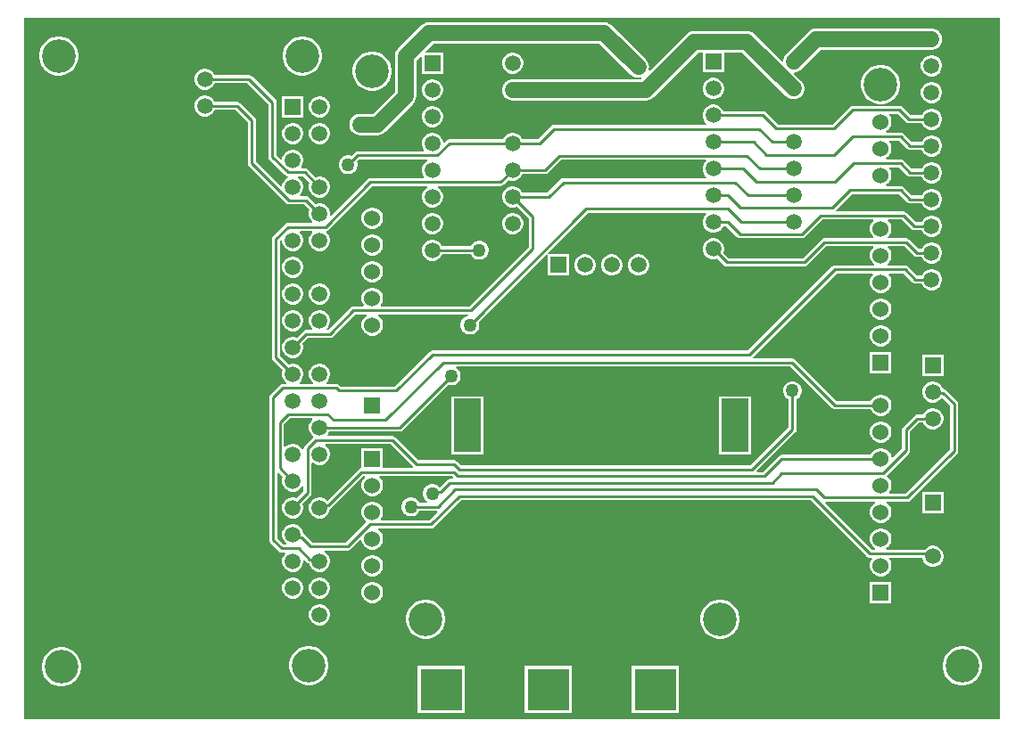
<source format=gbl>
G04*
G04 #@! TF.GenerationSoftware,Altium Limited,Altium Designer,22.4.2 (48)*
G04*
G04 Layer_Physical_Order=2*
G04 Layer_Color=16711680*
%FSLAX25Y25*%
%MOIN*%
G70*
G04*
G04 #@! TF.SameCoordinates,BB4B1E32-F115-428D-8FF9-27E3AA0A464A*
G04*
G04*
G04 #@! TF.FilePolarity,Positive*
G04*
G01*
G75*
%ADD13C,0.01000*%
%ADD27C,0.05906*%
%ADD30C,0.05906*%
%ADD31R,0.05906X0.05906*%
%ADD32R,0.05906X0.05906*%
%ADD33R,0.09843X0.09843*%
%ADD34C,0.12598*%
%ADD35R,0.15748X0.15748*%
%ADD36R,0.06000X0.06000*%
%ADD37C,0.06000*%
%ADD38C,0.05000*%
G36*
X364500Y0D02*
X0D01*
Y262500D01*
X364500D01*
Y0D01*
D02*
G37*
%LPC*%
G36*
X216700Y260787D02*
X216700Y260787D01*
X151200D01*
X151200Y260787D01*
X150168Y260651D01*
X149207Y260253D01*
X148381Y259619D01*
X148381Y259619D01*
X139681Y250919D01*
X139047Y250093D01*
X138649Y249132D01*
X138513Y248100D01*
X138513Y248100D01*
Y234651D01*
X130349Y226487D01*
X125400D01*
X124368Y226351D01*
X123407Y225953D01*
X122581Y225319D01*
X121947Y224493D01*
X121549Y223532D01*
X121413Y222500D01*
X121549Y221468D01*
X121947Y220507D01*
X122581Y219681D01*
X123407Y219047D01*
X124368Y218649D01*
X125400Y218513D01*
X132000D01*
X132000Y218513D01*
X133032Y218649D01*
X133993Y219047D01*
X134819Y219681D01*
X145319Y230181D01*
X145319Y230181D01*
X145953Y231007D01*
X146351Y231968D01*
X146487Y233000D01*
Y246449D01*
X148085Y248047D01*
X148547Y247856D01*
Y241547D01*
X156453D01*
Y249453D01*
X150144D01*
X149953Y249915D01*
X152851Y252813D01*
X215049D01*
X226681Y241181D01*
X227507Y240547D01*
X228468Y240149D01*
X229500Y240013D01*
X230400Y240132D01*
X230647Y239813D01*
X230690Y239687D01*
X230539Y239487D01*
X182500D01*
X182241Y239453D01*
X181980D01*
X181727Y239385D01*
X181468Y239351D01*
X181227Y239251D01*
X180974Y239183D01*
X180748Y239053D01*
X180507Y238953D01*
X180299Y238794D01*
X180073Y238663D01*
X179888Y238478D01*
X179681Y238319D01*
X179522Y238112D01*
X179337Y237927D01*
X179206Y237701D01*
X179047Y237493D01*
X178947Y237252D01*
X178817Y237026D01*
X178749Y236773D01*
X178649Y236532D01*
X178615Y236273D01*
X178547Y236020D01*
Y235759D01*
X178513Y235500D01*
X178547Y235241D01*
Y234980D01*
X178615Y234727D01*
X178649Y234468D01*
X178749Y234227D01*
X178817Y233974D01*
X178947Y233748D01*
X179047Y233507D01*
X179206Y233299D01*
X179337Y233073D01*
X179522Y232888D01*
X179681Y232681D01*
X179888Y232522D01*
X180073Y232337D01*
X180299Y232206D01*
X180507Y232047D01*
X180748Y231947D01*
X180974Y231817D01*
X181227Y231749D01*
X181468Y231649D01*
X181727Y231615D01*
X181980Y231547D01*
X182241D01*
X182500Y231513D01*
X232300D01*
X232300Y231513D01*
X233332Y231649D01*
X234293Y232047D01*
X235119Y232681D01*
X251951Y249513D01*
X253547D01*
Y242047D01*
X261453D01*
Y249513D01*
X268349D01*
X284681Y233181D01*
X284888Y233022D01*
X285073Y232837D01*
X285299Y232706D01*
X285507Y232547D01*
X285748Y232447D01*
X285974Y232317D01*
X286227Y232249D01*
X286468Y232149D01*
X286727Y232115D01*
X286980Y232047D01*
X287241D01*
X287500Y232013D01*
X287759Y232047D01*
X288020D01*
X288273Y232115D01*
X288532Y232149D01*
X288773Y232249D01*
X289026Y232317D01*
X289252Y232447D01*
X289493Y232547D01*
X289701Y232706D01*
X289927Y232837D01*
X290112Y233022D01*
X290319Y233181D01*
X290478Y233388D01*
X290663Y233573D01*
X290794Y233799D01*
X290953Y234007D01*
X291053Y234248D01*
X291183Y234474D01*
X291251Y234727D01*
X291351Y234968D01*
X291385Y235227D01*
X291453Y235480D01*
Y235741D01*
X291487Y236000D01*
X291453Y236259D01*
Y236520D01*
X291385Y236773D01*
X291351Y237032D01*
X291251Y237273D01*
X291183Y237526D01*
X291053Y237752D01*
X290953Y237993D01*
X290794Y238201D01*
X290663Y238427D01*
X290478Y238612D01*
X290319Y238819D01*
X287614Y241524D01*
X287740Y241980D01*
X287798Y242047D01*
X288020D01*
X288273Y242115D01*
X288532Y242149D01*
X288773Y242249D01*
X289026Y242317D01*
X289252Y242447D01*
X289493Y242547D01*
X289701Y242706D01*
X289927Y242837D01*
X290112Y243022D01*
X290319Y243181D01*
X297651Y250513D01*
X339000D01*
X339259Y250547D01*
X339520D01*
X339773Y250615D01*
X340032Y250649D01*
X340273Y250749D01*
X340526Y250817D01*
X340752Y250947D01*
X340993Y251047D01*
X341201Y251206D01*
X341427Y251337D01*
X341612Y251522D01*
X341819Y251681D01*
X341978Y251888D01*
X342163Y252073D01*
X342294Y252299D01*
X342453Y252507D01*
X342553Y252748D01*
X342683Y252974D01*
X342751Y253227D01*
X342851Y253468D01*
X342885Y253727D01*
X342953Y253980D01*
Y254241D01*
X342987Y254500D01*
X342953Y254759D01*
Y255020D01*
X342885Y255273D01*
X342851Y255532D01*
X342751Y255773D01*
X342683Y256026D01*
X342553Y256252D01*
X342453Y256493D01*
X342294Y256701D01*
X342163Y256927D01*
X341978Y257112D01*
X341819Y257319D01*
X341612Y257478D01*
X341427Y257663D01*
X341201Y257794D01*
X340993Y257953D01*
X340752Y258053D01*
X340526Y258183D01*
X340273Y258251D01*
X340032Y258351D01*
X339773Y258385D01*
X339520Y258453D01*
X339259D01*
X339000Y258487D01*
X296000D01*
X296000Y258487D01*
X294968Y258351D01*
X294007Y257953D01*
X293181Y257319D01*
X293181Y257319D01*
X284681Y248819D01*
X284522Y248612D01*
X284337Y248427D01*
X284206Y248201D01*
X284047Y247993D01*
X283947Y247752D01*
X283817Y247526D01*
X283749Y247273D01*
X283649Y247032D01*
X283615Y246773D01*
X283547Y246520D01*
Y246298D01*
X283480Y246240D01*
X283024Y246114D01*
X272819Y256319D01*
X271993Y256953D01*
X271032Y257351D01*
X270000Y257487D01*
X270000Y257487D01*
X250300D01*
X249268Y257351D01*
X248307Y256953D01*
X247481Y256319D01*
X247481Y256319D01*
X233724Y242562D01*
X233300Y242846D01*
X233351Y242968D01*
X233487Y244000D01*
X233351Y245032D01*
X232953Y245993D01*
X232319Y246819D01*
X219519Y259619D01*
X218693Y260253D01*
X217732Y260651D01*
X217612Y260667D01*
X216700Y260787D01*
D02*
G37*
G36*
X183020Y249453D02*
X181980D01*
X180974Y249183D01*
X180073Y248663D01*
X179337Y247927D01*
X178817Y247026D01*
X178547Y246020D01*
Y244980D01*
X178817Y243974D01*
X179337Y243073D01*
X180073Y242337D01*
X180974Y241817D01*
X181980Y241547D01*
X183020D01*
X184026Y241817D01*
X184927Y242337D01*
X185663Y243073D01*
X186183Y243974D01*
X186453Y244980D01*
Y246020D01*
X186183Y247026D01*
X185663Y247927D01*
X184927Y248663D01*
X184026Y249183D01*
X183020Y249453D01*
D02*
G37*
G36*
X104503Y255468D02*
X103065D01*
X101655Y255188D01*
X100327Y254638D01*
X99131Y253839D01*
X98114Y252822D01*
X97316Y251626D01*
X96765Y250298D01*
X96485Y248888D01*
Y247450D01*
X96765Y246040D01*
X97316Y244711D01*
X98114Y243516D01*
X99131Y242499D01*
X100327Y241701D01*
X101655Y241150D01*
X103065Y240870D01*
X104503D01*
X105913Y241150D01*
X107241Y241701D01*
X108437Y242499D01*
X109454Y243516D01*
X110252Y244711D01*
X110803Y246040D01*
X111083Y247450D01*
Y248888D01*
X110803Y250298D01*
X110252Y251626D01*
X109454Y252822D01*
X108437Y253839D01*
X107241Y254638D01*
X105913Y255188D01*
X104503Y255468D01*
D02*
G37*
G36*
X13503D02*
X12065D01*
X10655Y255188D01*
X9326Y254638D01*
X8131Y253839D01*
X7114Y252822D01*
X6316Y251626D01*
X5765Y250298D01*
X5485Y248888D01*
Y247450D01*
X5765Y246040D01*
X6316Y244711D01*
X7114Y243516D01*
X8131Y242499D01*
X9326Y241701D01*
X10655Y241150D01*
X12065Y240870D01*
X13503D01*
X14913Y241150D01*
X16241Y241701D01*
X17437Y242499D01*
X18454Y243516D01*
X19252Y244711D01*
X19803Y246040D01*
X20083Y247450D01*
Y248888D01*
X19803Y250298D01*
X19252Y251626D01*
X18454Y252822D01*
X17437Y253839D01*
X16241Y254638D01*
X14913Y255188D01*
X13503Y255468D01*
D02*
G37*
G36*
X339520Y248453D02*
X338480D01*
X337474Y248183D01*
X336573Y247663D01*
X335837Y246927D01*
X335317Y246026D01*
X335047Y245020D01*
Y243980D01*
X335317Y242974D01*
X335837Y242073D01*
X336573Y241337D01*
X337474Y240817D01*
X338480Y240547D01*
X339520D01*
X340526Y240817D01*
X341427Y241337D01*
X342163Y242073D01*
X342683Y242974D01*
X342953Y243980D01*
Y245020D01*
X342683Y246026D01*
X342163Y246927D01*
X341427Y247663D01*
X340526Y248183D01*
X339520Y248453D01*
D02*
G37*
G36*
X130719Y249799D02*
X129281D01*
X127871Y249519D01*
X126542Y248969D01*
X125347Y248170D01*
X124330Y247153D01*
X123531Y245957D01*
X122981Y244629D01*
X122701Y243219D01*
Y241781D01*
X122981Y240371D01*
X123531Y239042D01*
X124330Y237847D01*
X125347Y236830D01*
X126542Y236032D01*
X127871Y235481D01*
X129281Y235201D01*
X130719D01*
X132129Y235481D01*
X133458Y236032D01*
X134653Y236830D01*
X135670Y237847D01*
X136469Y239042D01*
X137019Y240371D01*
X137299Y241781D01*
Y243219D01*
X137019Y244629D01*
X136469Y245957D01*
X135670Y247153D01*
X134653Y248170D01*
X133458Y248969D01*
X132129Y249519D01*
X130719Y249799D01*
D02*
G37*
G36*
X258020Y239953D02*
X256980D01*
X255974Y239683D01*
X255073Y239163D01*
X254337Y238427D01*
X253817Y237526D01*
X253547Y236520D01*
Y235480D01*
X253817Y234474D01*
X254337Y233573D01*
X255073Y232837D01*
X255974Y232317D01*
X256980Y232047D01*
X258020D01*
X259026Y232317D01*
X259927Y232837D01*
X260663Y233573D01*
X261183Y234474D01*
X261453Y235480D01*
Y236520D01*
X261183Y237526D01*
X260663Y238427D01*
X259927Y239163D01*
X259026Y239683D01*
X258020Y239953D01*
D02*
G37*
G36*
X153020Y239453D02*
X151980D01*
X150974Y239183D01*
X150073Y238663D01*
X149337Y237927D01*
X148817Y237026D01*
X148547Y236020D01*
Y234980D01*
X148817Y233974D01*
X149337Y233073D01*
X150073Y232337D01*
X150974Y231817D01*
X151980Y231547D01*
X153020D01*
X154026Y231817D01*
X154927Y232337D01*
X155663Y233073D01*
X156183Y233974D01*
X156453Y234980D01*
Y236020D01*
X156183Y237026D01*
X155663Y237927D01*
X154927Y238663D01*
X154026Y239183D01*
X153020Y239453D01*
D02*
G37*
G36*
X339520Y238453D02*
X338480D01*
X337474Y238183D01*
X336573Y237663D01*
X335837Y236927D01*
X335317Y236026D01*
X335047Y235020D01*
Y233980D01*
X335317Y232974D01*
X335837Y232073D01*
X336573Y231337D01*
X337474Y230817D01*
X338480Y230547D01*
X339520D01*
X340526Y230817D01*
X341427Y231337D01*
X342163Y232073D01*
X342683Y232974D01*
X342953Y233980D01*
Y235020D01*
X342683Y236026D01*
X342163Y236927D01*
X341427Y237663D01*
X340526Y238183D01*
X339520Y238453D01*
D02*
G37*
G36*
X320719Y244799D02*
X319281D01*
X317871Y244519D01*
X316543Y243969D01*
X315347Y243170D01*
X314330Y242153D01*
X313531Y240957D01*
X312981Y239629D01*
X312701Y238219D01*
Y236781D01*
X312981Y235371D01*
X313531Y234043D01*
X314330Y232847D01*
X315347Y231830D01*
X316543Y231031D01*
X317871Y230481D01*
X319281Y230201D01*
X320719D01*
X322129Y230481D01*
X323458Y231031D01*
X324653Y231830D01*
X325670Y232847D01*
X326468Y234043D01*
X327019Y235371D01*
X327299Y236781D01*
Y238219D01*
X327019Y239629D01*
X326468Y240957D01*
X325670Y242153D01*
X324653Y243170D01*
X323458Y243969D01*
X322129Y244519D01*
X320719Y244799D01*
D02*
G37*
G36*
X110804Y233122D02*
X109764D01*
X108758Y232852D01*
X107857Y232332D01*
X107121Y231596D01*
X106601Y230695D01*
X106331Y229689D01*
Y228649D01*
X106601Y227643D01*
X107121Y226742D01*
X107857Y226006D01*
X108758Y225486D01*
X109764Y225216D01*
X110804D01*
X111810Y225486D01*
X112711Y226006D01*
X113447Y226742D01*
X113967Y227643D01*
X114237Y228649D01*
Y229689D01*
X113967Y230695D01*
X113447Y231596D01*
X112711Y232332D01*
X111810Y232852D01*
X110804Y233122D01*
D02*
G37*
G36*
X104237D02*
X96331D01*
Y225216D01*
X104237D01*
Y233122D01*
D02*
G37*
G36*
X153020Y229453D02*
X151980D01*
X150974Y229183D01*
X150073Y228663D01*
X149337Y227927D01*
X148817Y227026D01*
X148547Y226020D01*
Y224980D01*
X148817Y223974D01*
X149337Y223073D01*
X150073Y222337D01*
X150974Y221817D01*
X151980Y221547D01*
X153020D01*
X154026Y221817D01*
X154927Y222337D01*
X155663Y223073D01*
X156183Y223974D01*
X156453Y224980D01*
Y226020D01*
X156183Y227026D01*
X155663Y227927D01*
X154927Y228663D01*
X154026Y229183D01*
X153020Y229453D01*
D02*
G37*
G36*
X110804Y223122D02*
X109764D01*
X108758Y222852D01*
X107857Y222332D01*
X107121Y221596D01*
X106601Y220695D01*
X106331Y219689D01*
Y218649D01*
X106601Y217643D01*
X107121Y216742D01*
X107857Y216006D01*
X108758Y215486D01*
X109764Y215216D01*
X110804D01*
X111810Y215486D01*
X112711Y216006D01*
X113447Y216742D01*
X113967Y217643D01*
X114237Y218649D01*
Y219689D01*
X113967Y220695D01*
X113447Y221596D01*
X112711Y222332D01*
X111810Y222852D01*
X110804Y223122D01*
D02*
G37*
G36*
X100804D02*
X99764D01*
X98758Y222852D01*
X97857Y222332D01*
X97121Y221596D01*
X96601Y220695D01*
X96331Y219689D01*
Y218649D01*
X96601Y217643D01*
X97121Y216742D01*
X97857Y216006D01*
X98758Y215486D01*
X99764Y215216D01*
X100804D01*
X101810Y215486D01*
X102711Y216006D01*
X103447Y216742D01*
X103967Y217643D01*
X104237Y218649D01*
Y219689D01*
X103967Y220695D01*
X103447Y221596D01*
X102711Y222332D01*
X101810Y222852D01*
X100804Y223122D01*
D02*
G37*
G36*
X68020Y243453D02*
X66980D01*
X65974Y243183D01*
X65073Y242663D01*
X64337Y241927D01*
X63817Y241026D01*
X63547Y240020D01*
Y238980D01*
X63817Y237974D01*
X64337Y237073D01*
X65073Y236337D01*
X65974Y235817D01*
X66980Y235547D01*
X68020D01*
X69026Y235817D01*
X69927Y236337D01*
X70663Y237073D01*
X71181Y237971D01*
X83367D01*
X91113Y230224D01*
Y210514D01*
X91229Y209929D01*
X91561Y209432D01*
X97358Y203635D01*
X97854Y203303D01*
X98364Y203202D01*
X98452Y203001D01*
X98472Y202687D01*
X97857Y202332D01*
X97121Y201596D01*
X96601Y200695D01*
X96331Y199689D01*
Y199641D01*
X95869Y199449D01*
X86529Y208789D01*
Y224000D01*
X86413Y224585D01*
X86081Y225081D01*
X80581Y230581D01*
X80085Y230913D01*
X79500Y231029D01*
X71181D01*
X70663Y231927D01*
X69927Y232663D01*
X69026Y233183D01*
X68020Y233453D01*
X66980D01*
X65974Y233183D01*
X65073Y232663D01*
X64337Y231927D01*
X63817Y231026D01*
X63547Y230020D01*
Y228980D01*
X63817Y227974D01*
X64337Y227073D01*
X65073Y226337D01*
X65974Y225817D01*
X66980Y225547D01*
X68020D01*
X69026Y225817D01*
X69927Y226337D01*
X70663Y227073D01*
X71181Y227971D01*
X78866D01*
X83471Y223366D01*
Y208156D01*
X83587Y207571D01*
X83919Y207074D01*
X97811Y193182D01*
X98307Y192850D01*
X98892Y192734D01*
X104556D01*
X106599Y190691D01*
X106331Y189689D01*
Y188649D01*
X106601Y187643D01*
X107121Y186742D01*
X107634Y186229D01*
X107427Y185729D01*
X98500D01*
X97915Y185613D01*
X97419Y185281D01*
X92919Y180781D01*
X92587Y180285D01*
X92471Y179700D01*
Y135453D01*
X92587Y134868D01*
X92919Y134372D01*
X96600Y130691D01*
X96331Y129689D01*
Y128649D01*
X96601Y127643D01*
X97121Y126742D01*
X97834Y126029D01*
X97824Y125882D01*
X97729Y125529D01*
X96500D01*
X95915Y125413D01*
X95419Y125081D01*
X91919Y121581D01*
X91587Y121085D01*
X91471Y120500D01*
Y67200D01*
X91587Y66615D01*
X91919Y66119D01*
X95119Y62919D01*
X95615Y62587D01*
X96200Y62471D01*
X97289D01*
X97496Y61971D01*
X97121Y61596D01*
X96601Y60695D01*
X96331Y59689D01*
Y58649D01*
X96601Y57643D01*
X97121Y56742D01*
X97857Y56006D01*
X98758Y55486D01*
X99764Y55216D01*
X100804D01*
X101810Y55486D01*
X102711Y56006D01*
X103447Y56742D01*
X103967Y57643D01*
X104237Y58649D01*
Y59393D01*
X104737Y59600D01*
X105500Y58837D01*
X105996Y58506D01*
X106391Y58427D01*
X106601Y57643D01*
X107121Y56742D01*
X107857Y56006D01*
X108758Y55486D01*
X109764Y55216D01*
X110804D01*
X111810Y55486D01*
X112711Y56006D01*
X113447Y56742D01*
X113967Y57643D01*
X114237Y58649D01*
Y59689D01*
X113967Y60695D01*
X113447Y61596D01*
X112711Y62332D01*
X112096Y62687D01*
X112230Y63187D01*
X120852D01*
X121438Y63303D01*
X121934Y63635D01*
X125538Y67239D01*
X126000Y67048D01*
Y66973D01*
X126273Y65956D01*
X126799Y65044D01*
X127544Y64299D01*
X128456Y63773D01*
X129473Y63500D01*
X130527D01*
X131544Y63773D01*
X132456Y64299D01*
X133201Y65044D01*
X133727Y65956D01*
X134000Y66973D01*
Y68027D01*
X133727Y69044D01*
X133201Y69956D01*
X132456Y70701D01*
X131989Y70971D01*
X132123Y71471D01*
X152000D01*
X152585Y71587D01*
X153081Y71919D01*
X163134Y81971D01*
X293866D01*
X314600Y61237D01*
X314888Y60856D01*
X314889Y60855D01*
X314889Y60856D01*
X315305Y60655D01*
X315432Y60570D01*
X316017Y60453D01*
X316431Y60454D01*
X316643D01*
X316835Y59992D01*
X316799Y59956D01*
X316273Y59044D01*
X316000Y58027D01*
Y56973D01*
X316273Y55956D01*
X316799Y55044D01*
X317544Y54299D01*
X318456Y53773D01*
X319473Y53500D01*
X320527D01*
X321544Y53773D01*
X322456Y54299D01*
X323201Y55044D01*
X323727Y55956D01*
X324000Y56973D01*
Y58027D01*
X323727Y59044D01*
X323201Y59956D01*
X323165Y59992D01*
X323357Y60454D01*
X335554D01*
X335817Y59474D01*
X336337Y58573D01*
X337073Y57837D01*
X337974Y57317D01*
X338980Y57047D01*
X340020D01*
X341026Y57317D01*
X341927Y57837D01*
X342663Y58573D01*
X343183Y59474D01*
X343453Y60480D01*
Y61520D01*
X343183Y62526D01*
X342663Y63427D01*
X341927Y64163D01*
X341026Y64683D01*
X340020Y64953D01*
X338980D01*
X337974Y64683D01*
X337073Y64163D01*
X336422Y63512D01*
X322093D01*
X321959Y64012D01*
X322456Y64299D01*
X323201Y65044D01*
X323727Y65956D01*
X324000Y66973D01*
Y68027D01*
X323727Y69044D01*
X323201Y69956D01*
X322456Y70701D01*
X321544Y71227D01*
X320527Y71500D01*
X319473D01*
X318456Y71227D01*
X317544Y70701D01*
X316799Y69956D01*
X316273Y69044D01*
X316000Y68027D01*
Y66973D01*
X316273Y65956D01*
X316799Y65044D01*
X317544Y64299D01*
X318041Y64012D01*
X317907Y63512D01*
X316651D01*
X299192Y80971D01*
X299399Y81471D01*
X317877D01*
X318011Y80971D01*
X317544Y80701D01*
X316799Y79956D01*
X316273Y79044D01*
X316000Y78027D01*
Y76973D01*
X316273Y75956D01*
X316799Y75044D01*
X317544Y74299D01*
X318456Y73773D01*
X319473Y73500D01*
X320527D01*
X321544Y73773D01*
X322456Y74299D01*
X323201Y75044D01*
X323727Y75956D01*
X324000Y76973D01*
Y78027D01*
X323727Y79044D01*
X323201Y79956D01*
X322456Y80701D01*
X321989Y80971D01*
X322123Y81471D01*
X330000D01*
X330585Y81587D01*
X331081Y81919D01*
X348581Y99419D01*
X348913Y99915D01*
X349029Y100500D01*
Y118000D01*
X348913Y118585D01*
X348581Y119081D01*
X344448Y123214D01*
X343952Y123546D01*
X343367Y123662D01*
X343281D01*
X343183Y124026D01*
X342663Y124927D01*
X341927Y125663D01*
X341026Y126183D01*
X340020Y126453D01*
X338980D01*
X337974Y126183D01*
X337073Y125663D01*
X336337Y124927D01*
X335817Y124026D01*
X335547Y123020D01*
Y121980D01*
X335817Y120974D01*
X336337Y120073D01*
X337073Y119337D01*
X337974Y118817D01*
X338980Y118547D01*
X340020D01*
X341026Y118817D01*
X341927Y119337D01*
X342663Y120073D01*
X342678Y120098D01*
X343173Y120164D01*
X345971Y117367D01*
Y101134D01*
X329366Y84529D01*
X323340D01*
X323148Y84991D01*
X323201Y85044D01*
X323727Y85956D01*
X324000Y86973D01*
Y88027D01*
X323727Y89044D01*
X323201Y89956D01*
X322456Y90701D01*
X322350Y90762D01*
X322285Y91258D01*
X330581Y99555D01*
X330913Y100051D01*
X331029Y100636D01*
Y107867D01*
X334134Y110971D01*
X335819D01*
X336337Y110073D01*
X337073Y109337D01*
X337974Y108817D01*
X338980Y108547D01*
X340020D01*
X341026Y108817D01*
X341927Y109337D01*
X342663Y110073D01*
X343183Y110974D01*
X343453Y111980D01*
Y113020D01*
X343183Y114026D01*
X342663Y114927D01*
X341927Y115663D01*
X341026Y116183D01*
X340020Y116453D01*
X338980D01*
X337974Y116183D01*
X337073Y115663D01*
X336337Y114927D01*
X335819Y114029D01*
X333500D01*
X332915Y113913D01*
X332419Y113581D01*
X328419Y109581D01*
X328087Y109085D01*
X327971Y108500D01*
Y101269D01*
X324462Y97761D01*
X324000Y97952D01*
Y98027D01*
X323727Y99044D01*
X323201Y99956D01*
X322456Y100701D01*
X321544Y101227D01*
X320527Y101500D01*
X319473D01*
X318456Y101227D01*
X317544Y100701D01*
X316799Y99956D01*
X316273Y99044D01*
X316269Y99029D01*
X283000D01*
X282415Y98913D01*
X281919Y98581D01*
X275867Y92529D01*
X273846D01*
X273654Y92991D01*
X288081Y107419D01*
X288413Y107915D01*
X288529Y108500D01*
Y119842D01*
X289149Y120199D01*
X289801Y120851D01*
X290262Y121649D01*
X290500Y122539D01*
Y123461D01*
X290262Y124351D01*
X289801Y125149D01*
X289149Y125801D01*
X288351Y126261D01*
X287461Y126500D01*
X286539D01*
X285649Y126261D01*
X284851Y125801D01*
X284199Y125149D01*
X283738Y124351D01*
X283500Y123461D01*
Y122539D01*
X283738Y121649D01*
X284199Y120851D01*
X284851Y120199D01*
X285471Y119842D01*
Y109134D01*
X271367Y95029D01*
X163134D01*
X161581Y96581D01*
X161085Y96913D01*
X160500Y97029D01*
X147134D01*
X138581Y105581D01*
X138085Y105913D01*
X137500Y106029D01*
X113388D01*
X113196Y106491D01*
X113447Y106742D01*
X113965Y107640D01*
X140169D01*
X140754Y107756D01*
X141250Y108088D01*
X158348Y125185D01*
X159039Y125000D01*
X159961D01*
X160851Y125239D01*
X161649Y125699D01*
X162301Y126351D01*
X162761Y127149D01*
X163000Y128039D01*
Y128961D01*
X162761Y129851D01*
X162301Y130649D01*
X161649Y131301D01*
X161355Y131471D01*
X161489Y131971D01*
X286367D01*
X301919Y116419D01*
X302415Y116087D01*
X303000Y115971D01*
X316269D01*
X316273Y115956D01*
X316799Y115044D01*
X317544Y114299D01*
X318456Y113773D01*
X319473Y113500D01*
X320527D01*
X321544Y113773D01*
X322456Y114299D01*
X323201Y115044D01*
X323727Y115956D01*
X324000Y116973D01*
Y118027D01*
X323727Y119044D01*
X323201Y119956D01*
X322456Y120701D01*
X321544Y121227D01*
X320527Y121500D01*
X319473D01*
X318456Y121227D01*
X317544Y120701D01*
X316799Y119956D01*
X316273Y119044D01*
X316269Y119029D01*
X303633D01*
X288081Y134581D01*
X287585Y134913D01*
X287000Y135029D01*
X272377D01*
X272329Y135092D01*
X272192Y135529D01*
X303433Y166771D01*
X316907D01*
X317114Y166271D01*
X316799Y165956D01*
X316273Y165044D01*
X316000Y164027D01*
Y162973D01*
X316273Y161956D01*
X316799Y161044D01*
X317544Y160299D01*
X318456Y159773D01*
X319473Y159500D01*
X320527D01*
X321544Y159773D01*
X322456Y160299D01*
X323201Y161044D01*
X323727Y161956D01*
X324000Y162973D01*
Y164027D01*
X323727Y165044D01*
X323201Y165956D01*
X322886Y166271D01*
X323093Y166771D01*
X328567D01*
X331919Y163419D01*
X332415Y163087D01*
X333000Y162971D01*
X335319D01*
X335837Y162073D01*
X336573Y161337D01*
X337474Y160817D01*
X338480Y160547D01*
X339520D01*
X340526Y160817D01*
X341427Y161337D01*
X342163Y162073D01*
X342683Y162974D01*
X342953Y163980D01*
Y165020D01*
X342683Y166026D01*
X342163Y166927D01*
X341427Y167663D01*
X340526Y168183D01*
X339520Y168453D01*
X338480D01*
X337474Y168183D01*
X336573Y167663D01*
X335837Y166927D01*
X335319Y166029D01*
X333633D01*
X330281Y169381D01*
X329785Y169713D01*
X329200Y169829D01*
X322582D01*
X322504Y170120D01*
X322486Y170329D01*
X323201Y171044D01*
X323727Y171956D01*
X324000Y172973D01*
Y174027D01*
X323727Y175044D01*
X323201Y175956D01*
X322686Y176471D01*
X322893Y176971D01*
X328867D01*
X332419Y173419D01*
X332915Y173087D01*
X333500Y172971D01*
X335319D01*
X335837Y172073D01*
X336573Y171337D01*
X337474Y170817D01*
X338480Y170547D01*
X339520D01*
X340526Y170817D01*
X341427Y171337D01*
X342163Y172073D01*
X342683Y172974D01*
X342953Y173980D01*
Y175020D01*
X342683Y176026D01*
X342163Y176927D01*
X341427Y177663D01*
X340526Y178183D01*
X339520Y178453D01*
X338480D01*
X337474Y178183D01*
X336573Y177663D01*
X335837Y176927D01*
X335319Y176029D01*
X334134D01*
X330581Y179581D01*
X330085Y179913D01*
X329500Y180029D01*
X322893D01*
X322686Y180529D01*
X323201Y181044D01*
X323727Y181956D01*
X324000Y182973D01*
Y184027D01*
X323727Y185044D01*
X323201Y185956D01*
X322686Y186471D01*
X322893Y186971D01*
X327867D01*
X331419Y183419D01*
X331915Y183087D01*
X332500Y182971D01*
X335319D01*
X335837Y182073D01*
X336573Y181337D01*
X337474Y180817D01*
X338480Y180547D01*
X339520D01*
X340526Y180817D01*
X341427Y181337D01*
X342163Y182073D01*
X342683Y182974D01*
X342953Y183980D01*
Y185020D01*
X342683Y186026D01*
X342163Y186927D01*
X341427Y187663D01*
X340526Y188183D01*
X339520Y188453D01*
X338480D01*
X337474Y188183D01*
X336573Y187663D01*
X335837Y186927D01*
X335319Y186029D01*
X333134D01*
X329581Y189581D01*
X329085Y189913D01*
X328500Y190029D01*
X303377D01*
X303329Y190092D01*
X303192Y190529D01*
X309134Y196471D01*
X326867D01*
X329919Y193419D01*
X330415Y193087D01*
X331000Y192971D01*
X335319D01*
X335837Y192073D01*
X336573Y191337D01*
X337474Y190817D01*
X338480Y190547D01*
X339520D01*
X340526Y190817D01*
X341427Y191337D01*
X342163Y192073D01*
X342683Y192974D01*
X342953Y193980D01*
Y195020D01*
X342683Y196026D01*
X342163Y196927D01*
X341427Y197663D01*
X340526Y198183D01*
X339520Y198453D01*
X338480D01*
X337474Y198183D01*
X336573Y197663D01*
X335837Y196927D01*
X335319Y196029D01*
X331633D01*
X328581Y199081D01*
X328085Y199413D01*
X327500Y199529D01*
X322123D01*
X321989Y200029D01*
X322456Y200299D01*
X323201Y201044D01*
X323727Y201956D01*
X324000Y202973D01*
Y204027D01*
X323727Y205044D01*
X323201Y205956D01*
X323148Y206009D01*
X323340Y206471D01*
X326867D01*
X329919Y203419D01*
X330415Y203087D01*
X331000Y202971D01*
X335319D01*
X335837Y202073D01*
X336573Y201337D01*
X337474Y200817D01*
X338480Y200547D01*
X339520D01*
X340526Y200817D01*
X341427Y201337D01*
X342163Y202073D01*
X342683Y202974D01*
X342953Y203980D01*
Y205020D01*
X342683Y206026D01*
X342163Y206927D01*
X341427Y207663D01*
X340526Y208183D01*
X339520Y208453D01*
X338480D01*
X337474Y208183D01*
X336573Y207663D01*
X335837Y206927D01*
X335319Y206029D01*
X331633D01*
X328581Y209081D01*
X328085Y209413D01*
X327500Y209529D01*
X322123D01*
X321989Y210029D01*
X322456Y210299D01*
X323201Y211044D01*
X323727Y211956D01*
X324000Y212973D01*
Y214027D01*
X323727Y215044D01*
X323201Y215956D01*
X323148Y216009D01*
X323340Y216471D01*
X326867D01*
X329919Y213419D01*
X330415Y213087D01*
X331000Y212971D01*
X335319D01*
X335837Y212073D01*
X336573Y211337D01*
X337474Y210817D01*
X338480Y210547D01*
X339520D01*
X340526Y210817D01*
X341427Y211337D01*
X342163Y212073D01*
X342683Y212974D01*
X342953Y213980D01*
Y215020D01*
X342683Y216026D01*
X342163Y216927D01*
X341427Y217663D01*
X340526Y218183D01*
X339520Y218453D01*
X338480D01*
X337474Y218183D01*
X336573Y217663D01*
X335837Y216927D01*
X335319Y216029D01*
X331633D01*
X328581Y219081D01*
X328085Y219413D01*
X327500Y219529D01*
X322123D01*
X321989Y220029D01*
X322456Y220299D01*
X323201Y221044D01*
X323727Y221956D01*
X324000Y222973D01*
Y224027D01*
X323727Y225044D01*
X323201Y225956D01*
X323148Y226009D01*
X323340Y226471D01*
X326366D01*
X329419Y223419D01*
X329915Y223087D01*
X330500Y222971D01*
X335319D01*
X335837Y222073D01*
X336573Y221337D01*
X337474Y220817D01*
X338480Y220547D01*
X339520D01*
X340526Y220817D01*
X341427Y221337D01*
X342163Y222073D01*
X342683Y222974D01*
X342953Y223980D01*
Y225020D01*
X342683Y226026D01*
X342163Y226927D01*
X341427Y227663D01*
X340526Y228183D01*
X339520Y228453D01*
X338480D01*
X337474Y228183D01*
X336573Y227663D01*
X335837Y226927D01*
X335319Y226029D01*
X331134D01*
X328081Y229081D01*
X327585Y229413D01*
X327000Y229529D01*
X309600D01*
X309015Y229413D01*
X308519Y229081D01*
X301967Y222529D01*
X281633D01*
X277081Y227081D01*
X276585Y227413D01*
X276000Y227529D01*
X261181D01*
X260663Y228427D01*
X259927Y229163D01*
X259026Y229683D01*
X258020Y229953D01*
X256980D01*
X255974Y229683D01*
X255073Y229163D01*
X254337Y228427D01*
X253817Y227526D01*
X253547Y226520D01*
Y225480D01*
X253817Y224474D01*
X254337Y223573D01*
X254981Y222929D01*
X254850Y222429D01*
X197900D01*
X197315Y222313D01*
X196819Y221981D01*
X191867Y217029D01*
X186181D01*
X185663Y217927D01*
X184927Y218663D01*
X184026Y219183D01*
X183020Y219453D01*
X181980D01*
X180974Y219183D01*
X180073Y218663D01*
X179337Y217927D01*
X178819Y217029D01*
X158797D01*
X158212Y216913D01*
X157716Y216581D01*
X156915Y215780D01*
X156453Y215972D01*
Y216020D01*
X156183Y217026D01*
X155663Y217927D01*
X154927Y218663D01*
X154026Y219183D01*
X153020Y219453D01*
X151980D01*
X150974Y219183D01*
X150073Y218663D01*
X149337Y217927D01*
X148817Y217026D01*
X148547Y216020D01*
Y214980D01*
X148817Y213974D01*
X149337Y213073D01*
X149371Y213039D01*
X149180Y212577D01*
X124547D01*
X123962Y212460D01*
X123466Y212129D01*
X122152Y210815D01*
X121461Y211000D01*
X120539D01*
X119649Y210761D01*
X118851Y210301D01*
X118199Y209649D01*
X117738Y208851D01*
X117500Y207961D01*
Y207039D01*
X117738Y206149D01*
X118199Y205351D01*
X118851Y204699D01*
X119649Y204239D01*
X120539Y204000D01*
X121461D01*
X122351Y204239D01*
X123149Y204699D01*
X123801Y205351D01*
X124261Y206149D01*
X124500Y207039D01*
Y207961D01*
X124315Y208652D01*
X125181Y209518D01*
X150554D01*
X150688Y209018D01*
X150073Y208663D01*
X149337Y207927D01*
X148817Y207026D01*
X148547Y206020D01*
Y204980D01*
X148817Y203974D01*
X149337Y203073D01*
X149371Y203039D01*
X149180Y202577D01*
X129347D01*
X128762Y202460D01*
X128266Y202129D01*
X114702Y188565D01*
X114237Y188807D01*
Y189689D01*
X113967Y190695D01*
X113447Y191596D01*
X112711Y192332D01*
X111810Y192852D01*
X110804Y193122D01*
X109764D01*
X108762Y192853D01*
X106271Y195345D01*
X105775Y195676D01*
X105190Y195793D01*
X103205D01*
X102998Y196293D01*
X103447Y196742D01*
X103967Y197643D01*
X104237Y198649D01*
Y199689D01*
X103967Y200695D01*
X103447Y201596D01*
X102711Y202332D01*
X102096Y202687D01*
X102230Y203187D01*
X104103D01*
X106599Y200691D01*
X106331Y199689D01*
Y198649D01*
X106601Y197643D01*
X107121Y196742D01*
X107857Y196006D01*
X108758Y195486D01*
X109764Y195216D01*
X110804D01*
X111810Y195486D01*
X112711Y196006D01*
X113447Y196742D01*
X113967Y197643D01*
X114237Y198649D01*
Y199689D01*
X113967Y200695D01*
X113447Y201596D01*
X112711Y202332D01*
X111810Y202852D01*
X110804Y203122D01*
X109764D01*
X108762Y202853D01*
X105818Y205798D01*
X105322Y206129D01*
X104737Y206246D01*
X103604D01*
X103413Y206708D01*
X103447Y206742D01*
X103967Y207643D01*
X104237Y208649D01*
Y209689D01*
X103967Y210695D01*
X103447Y211596D01*
X102711Y212332D01*
X101810Y212852D01*
X100804Y213122D01*
X99764D01*
X98758Y212852D01*
X97857Y212332D01*
X97121Y211596D01*
X96601Y210695D01*
X96331Y209689D01*
Y209641D01*
X95869Y209449D01*
X94171Y211147D01*
Y230858D01*
X94055Y231443D01*
X93723Y231939D01*
X85081Y240581D01*
X84585Y240913D01*
X84000Y241029D01*
X71181D01*
X70663Y241927D01*
X69927Y242663D01*
X69026Y243183D01*
X68020Y243453D01*
D02*
G37*
G36*
X320527Y157500D02*
X319473D01*
X318456Y157227D01*
X317544Y156701D01*
X316799Y155956D01*
X316273Y155044D01*
X316000Y154027D01*
Y152973D01*
X316273Y151956D01*
X316799Y151044D01*
X317544Y150299D01*
X318456Y149773D01*
X319473Y149500D01*
X320527D01*
X321544Y149773D01*
X322456Y150299D01*
X323201Y151044D01*
X323727Y151956D01*
X324000Y152973D01*
Y154027D01*
X323727Y155044D01*
X323201Y155956D01*
X322456Y156701D01*
X321544Y157227D01*
X320527Y157500D01*
D02*
G37*
G36*
Y147500D02*
X319473D01*
X318456Y147227D01*
X317544Y146701D01*
X316799Y145956D01*
X316273Y145044D01*
X316000Y144027D01*
Y142973D01*
X316273Y141956D01*
X316799Y141044D01*
X317544Y140299D01*
X318456Y139773D01*
X319473Y139500D01*
X320527D01*
X321544Y139773D01*
X322456Y140299D01*
X323201Y141044D01*
X323727Y141956D01*
X324000Y142973D01*
Y144027D01*
X323727Y145044D01*
X323201Y145956D01*
X322456Y146701D01*
X321544Y147227D01*
X320527Y147500D01*
D02*
G37*
G36*
X324000Y137500D02*
X316000D01*
Y129500D01*
X324000D01*
Y137500D01*
D02*
G37*
G36*
X343453Y136453D02*
X335547D01*
Y128547D01*
X343453D01*
Y136453D01*
D02*
G37*
G36*
X320527Y111500D02*
X319473D01*
X318456Y111227D01*
X317544Y110701D01*
X316799Y109956D01*
X316273Y109044D01*
X316000Y108027D01*
Y106973D01*
X316273Y105956D01*
X316799Y105044D01*
X317544Y104299D01*
X318456Y103773D01*
X319473Y103500D01*
X320527D01*
X321544Y103773D01*
X322456Y104299D01*
X323201Y105044D01*
X323727Y105956D01*
X324000Y106973D01*
Y108027D01*
X323727Y109044D01*
X323201Y109956D01*
X322456Y110701D01*
X321544Y111227D01*
X320527Y111500D01*
D02*
G37*
G36*
X171421Y120921D02*
X159579D01*
Y109079D01*
Y99079D01*
X171421D01*
Y109079D01*
Y120921D01*
D02*
G37*
G36*
X271421Y120913D02*
X259579D01*
Y109071D01*
Y99071D01*
X271421D01*
Y109071D01*
Y120913D01*
D02*
G37*
G36*
X343453Y84953D02*
X335547D01*
Y77047D01*
X343453D01*
Y84953D01*
D02*
G37*
G36*
X130527Y61500D02*
X129473D01*
X128456Y61227D01*
X127544Y60701D01*
X126799Y59956D01*
X126273Y59044D01*
X126000Y58027D01*
Y56973D01*
X126273Y55956D01*
X126799Y55044D01*
X127544Y54299D01*
X128456Y53773D01*
X129473Y53500D01*
X130527D01*
X131544Y53773D01*
X132456Y54299D01*
X133201Y55044D01*
X133727Y55956D01*
X134000Y56973D01*
Y58027D01*
X133727Y59044D01*
X133201Y59956D01*
X132456Y60701D01*
X131544Y61227D01*
X130527Y61500D01*
D02*
G37*
G36*
X110804Y53122D02*
X109764D01*
X108758Y52852D01*
X107857Y52332D01*
X107121Y51596D01*
X106601Y50695D01*
X106331Y49689D01*
Y48649D01*
X106601Y47643D01*
X107121Y46742D01*
X107857Y46006D01*
X108758Y45486D01*
X109764Y45216D01*
X110804D01*
X111810Y45486D01*
X112711Y46006D01*
X113447Y46742D01*
X113967Y47643D01*
X114237Y48649D01*
Y49689D01*
X113967Y50695D01*
X113447Y51596D01*
X112711Y52332D01*
X111810Y52852D01*
X110804Y53122D01*
D02*
G37*
G36*
X100804D02*
X99764D01*
X98758Y52852D01*
X97857Y52332D01*
X97121Y51596D01*
X96601Y50695D01*
X96331Y49689D01*
Y48649D01*
X96601Y47643D01*
X97121Y46742D01*
X97857Y46006D01*
X98758Y45486D01*
X99764Y45216D01*
X100804D01*
X101810Y45486D01*
X102711Y46006D01*
X103447Y46742D01*
X103967Y47643D01*
X104237Y48649D01*
Y49689D01*
X103967Y50695D01*
X103447Y51596D01*
X102711Y52332D01*
X101810Y52852D01*
X100804Y53122D01*
D02*
G37*
G36*
X324000Y51500D02*
X316000D01*
Y43500D01*
X324000D01*
Y51500D01*
D02*
G37*
G36*
X130527D02*
X129473D01*
X128456Y51227D01*
X127544Y50701D01*
X126799Y49956D01*
X126273Y49044D01*
X126000Y48027D01*
Y46973D01*
X126273Y45956D01*
X126799Y45044D01*
X127544Y44299D01*
X128456Y43773D01*
X129473Y43500D01*
X130527D01*
X131544Y43773D01*
X132456Y44299D01*
X133201Y45044D01*
X133727Y45956D01*
X134000Y46973D01*
Y48027D01*
X133727Y49044D01*
X133201Y49956D01*
X132456Y50701D01*
X131544Y51227D01*
X130527Y51500D01*
D02*
G37*
G36*
X110804Y43122D02*
X109764D01*
X108758Y42852D01*
X107857Y42332D01*
X107121Y41596D01*
X106601Y40695D01*
X106331Y39689D01*
Y38649D01*
X106601Y37643D01*
X107121Y36742D01*
X107857Y36006D01*
X108758Y35486D01*
X109764Y35216D01*
X110804D01*
X111810Y35486D01*
X112711Y36006D01*
X113447Y36742D01*
X113967Y37643D01*
X114237Y38649D01*
Y39689D01*
X113967Y40695D01*
X113447Y41596D01*
X112711Y42332D01*
X111810Y42852D01*
X110804Y43122D01*
D02*
G37*
G36*
X260719Y44799D02*
X259281D01*
X257871Y44519D01*
X256542Y43968D01*
X255347Y43170D01*
X254330Y42153D01*
X253532Y40957D01*
X252981Y39629D01*
X252701Y38219D01*
Y36781D01*
X252981Y35371D01*
X253532Y34043D01*
X254330Y32847D01*
X255347Y31830D01*
X256542Y31032D01*
X257871Y30481D01*
X259281Y30201D01*
X260719D01*
X262129Y30481D01*
X263457Y31032D01*
X264653Y31830D01*
X265670Y32847D01*
X266469Y34043D01*
X267019Y35371D01*
X267299Y36781D01*
Y38219D01*
X267019Y39629D01*
X266469Y40957D01*
X265670Y42153D01*
X264653Y43170D01*
X263457Y43968D01*
X262129Y44519D01*
X260719Y44799D01*
D02*
G37*
G36*
X150719D02*
X149281D01*
X147871Y44519D01*
X146543Y43968D01*
X145347Y43170D01*
X144330Y42153D01*
X143532Y40957D01*
X142981Y39629D01*
X142701Y38219D01*
Y36781D01*
X142981Y35371D01*
X143532Y34043D01*
X144330Y32847D01*
X145347Y31830D01*
X146543Y31032D01*
X147871Y30481D01*
X149281Y30201D01*
X150719D01*
X152129Y30481D01*
X153457Y31032D01*
X154653Y31830D01*
X155670Y32847D01*
X156468Y34043D01*
X157019Y35371D01*
X157299Y36781D01*
Y38219D01*
X157019Y39629D01*
X156468Y40957D01*
X155670Y42153D01*
X154653Y43170D01*
X153457Y43968D01*
X152129Y44519D01*
X150719Y44799D01*
D02*
G37*
G36*
X107003Y27468D02*
X105565D01*
X104155Y27188D01*
X102826Y26638D01*
X101631Y25839D01*
X100614Y24822D01*
X99815Y23627D01*
X99265Y22298D01*
X98985Y20888D01*
Y19450D01*
X99265Y18040D01*
X99815Y16712D01*
X100614Y15516D01*
X101631Y14499D01*
X102826Y13701D01*
X104155Y13150D01*
X105565Y12870D01*
X107003D01*
X108413Y13150D01*
X109741Y13701D01*
X110937Y14499D01*
X111954Y15516D01*
X112752Y16712D01*
X113303Y18040D01*
X113583Y19450D01*
Y20888D01*
X113303Y22298D01*
X112752Y23627D01*
X111954Y24822D01*
X110937Y25839D01*
X109741Y26638D01*
X108413Y27188D01*
X107003Y27468D01*
D02*
G37*
G36*
X351219Y27299D02*
X349781D01*
X348371Y27019D01*
X347042Y26469D01*
X345847Y25670D01*
X344830Y24653D01*
X344032Y23458D01*
X343481Y22129D01*
X343201Y20719D01*
Y19281D01*
X343481Y17871D01*
X344032Y16543D01*
X344830Y15347D01*
X345847Y14330D01*
X347042Y13532D01*
X348371Y12981D01*
X349781Y12701D01*
X351219D01*
X352629Y12981D01*
X353958Y13532D01*
X355153Y14330D01*
X356170Y15347D01*
X356968Y16543D01*
X357519Y17871D01*
X357799Y19281D01*
Y20719D01*
X357519Y22129D01*
X356968Y23458D01*
X356170Y24653D01*
X355153Y25670D01*
X353958Y26469D01*
X352629Y27019D01*
X351219Y27299D01*
D02*
G37*
G36*
X14503Y26968D02*
X13065D01*
X11655Y26688D01*
X10327Y26138D01*
X9131Y25339D01*
X8114Y24322D01*
X7316Y23126D01*
X6765Y21798D01*
X6485Y20388D01*
Y18950D01*
X6765Y17540D01*
X7316Y16211D01*
X8114Y15016D01*
X9131Y13999D01*
X10327Y13201D01*
X11655Y12650D01*
X13065Y12370D01*
X14503D01*
X15913Y12650D01*
X17242Y13201D01*
X18437Y13999D01*
X19454Y15016D01*
X20253Y16211D01*
X20803Y17540D01*
X21083Y18950D01*
Y20388D01*
X20803Y21798D01*
X20253Y23126D01*
X19454Y24322D01*
X18437Y25339D01*
X17242Y26138D01*
X15913Y26688D01*
X14503Y26968D01*
D02*
G37*
G36*
X244650Y20074D02*
X226902D01*
Y2326D01*
X244650D01*
Y20074D01*
D02*
G37*
G36*
X204650D02*
X186902D01*
Y2326D01*
X204650D01*
Y20074D01*
D02*
G37*
G36*
X164650D02*
X146902D01*
Y2326D01*
X164650D01*
Y20074D01*
D02*
G37*
%LPD*%
G36*
X254781Y208871D02*
X254337Y208427D01*
X253817Y207526D01*
X253547Y206520D01*
Y205480D01*
X253817Y204474D01*
X254337Y203573D01*
X254981Y202929D01*
X254850Y202429D01*
X201400D01*
X200815Y202313D01*
X200319Y201981D01*
X195367Y197029D01*
X186181D01*
X185663Y197927D01*
X184927Y198663D01*
X184026Y199183D01*
X183020Y199453D01*
X181980D01*
X180974Y199183D01*
X180073Y198663D01*
X179337Y197927D01*
X178817Y197026D01*
X178547Y196020D01*
Y194980D01*
X178817Y193974D01*
X179337Y193073D01*
X180073Y192337D01*
X180974Y191817D01*
X181980Y191547D01*
X183020D01*
X184022Y191815D01*
X188471Y187366D01*
Y176634D01*
X166350Y154513D01*
X133323D01*
X133132Y154975D01*
X133201Y155044D01*
X133727Y155956D01*
X134000Y156973D01*
Y158027D01*
X133727Y159044D01*
X133201Y159956D01*
X132456Y160701D01*
X131544Y161227D01*
X130527Y161500D01*
X129473D01*
X128456Y161227D01*
X127544Y160701D01*
X126799Y159956D01*
X126273Y159044D01*
X126000Y158027D01*
Y156973D01*
X126273Y155956D01*
X126799Y155044D01*
X126868Y154975D01*
X126677Y154513D01*
X123000D01*
X122415Y154396D01*
X121919Y154065D01*
X113589Y145735D01*
X113097Y145785D01*
X112919Y146214D01*
X113447Y146742D01*
X113967Y147643D01*
X114237Y148649D01*
Y149689D01*
X113967Y150695D01*
X113447Y151596D01*
X112711Y152332D01*
X111810Y152852D01*
X110804Y153122D01*
X109764D01*
X108758Y152852D01*
X107857Y152332D01*
X107121Y151596D01*
X106601Y150695D01*
X106331Y149689D01*
Y148649D01*
X106601Y147643D01*
X107121Y146742D01*
X107649Y146214D01*
X107441Y145714D01*
X105300D01*
X104715Y145598D01*
X104219Y145266D01*
X101806Y142853D01*
X100804Y143122D01*
X99764D01*
X98758Y142852D01*
X97857Y142332D01*
X97121Y141596D01*
X96601Y140695D01*
X96331Y139689D01*
Y138649D01*
X96601Y137643D01*
X97121Y136742D01*
X97857Y136006D01*
X98758Y135486D01*
X99764Y135216D01*
X100804D01*
X101810Y135486D01*
X102711Y136006D01*
X103447Y136742D01*
X103967Y137643D01*
X104237Y138649D01*
Y139689D01*
X103969Y140691D01*
X105933Y142656D01*
X114202D01*
X114787Y142772D01*
X115283Y143104D01*
X123634Y151454D01*
X127848D01*
X127982Y150954D01*
X127544Y150701D01*
X126799Y149956D01*
X126273Y149044D01*
X126000Y148027D01*
Y146973D01*
X126273Y145956D01*
X126799Y145044D01*
X127544Y144299D01*
X128456Y143773D01*
X129473Y143500D01*
X130527D01*
X131544Y143773D01*
X132456Y144299D01*
X133201Y145044D01*
X133727Y145956D01*
X134000Y146973D01*
Y148027D01*
X133727Y149044D01*
X133201Y149956D01*
X132456Y150701D01*
X132018Y150954D01*
X132151Y151454D01*
X165802D01*
X165867Y150954D01*
X165149Y150761D01*
X164351Y150301D01*
X163699Y149649D01*
X163239Y148851D01*
X163000Y147961D01*
Y147039D01*
X163239Y146149D01*
X163699Y145351D01*
X164351Y144699D01*
X165149Y144238D01*
X166039Y144000D01*
X166961D01*
X167851Y144238D01*
X168649Y144699D01*
X169301Y145351D01*
X169762Y146149D01*
X170000Y147039D01*
Y147961D01*
X169815Y148652D01*
X195047Y173884D01*
X195547Y173677D01*
X195547Y173575D01*
X195547Y173575D01*
X195547Y173567D01*
Y166047D01*
X203453D01*
Y173953D01*
X195933Y173953D01*
X195925D01*
X195925D01*
X195823Y173953D01*
X195750Y174127D01*
X195616Y174453D01*
X210633Y189471D01*
X254674D01*
X254881Y188971D01*
X254337Y188427D01*
X253817Y187526D01*
X253547Y186520D01*
Y185480D01*
X253817Y184474D01*
X254337Y183573D01*
X255073Y182837D01*
X255974Y182317D01*
X256980Y182047D01*
X258020D01*
X259026Y182317D01*
X259927Y182837D01*
X260663Y183573D01*
X261181Y184471D01*
X262367D01*
X266371Y180466D01*
X266867Y180134D01*
X267453Y180018D01*
X290500D01*
X291085Y180134D01*
X291581Y180466D01*
X298086Y186971D01*
X317107D01*
X317314Y186471D01*
X316799Y185956D01*
X316273Y185044D01*
X316000Y184027D01*
Y182973D01*
X316273Y181956D01*
X316799Y181044D01*
X317314Y180529D01*
X317107Y180029D01*
X298906D01*
X298320Y179913D01*
X297824Y179581D01*
X290772Y172529D01*
X263134D01*
X261185Y174478D01*
X261453Y175480D01*
Y176520D01*
X261183Y177526D01*
X260663Y178427D01*
X259927Y179163D01*
X259026Y179683D01*
X258020Y179953D01*
X256980D01*
X255974Y179683D01*
X255073Y179163D01*
X254337Y178427D01*
X253817Y177526D01*
X253547Y176520D01*
Y175480D01*
X253817Y174474D01*
X254337Y173573D01*
X255073Y172837D01*
X255974Y172317D01*
X256980Y172047D01*
X258020D01*
X259022Y172316D01*
X261419Y169919D01*
X261915Y169587D01*
X262500Y169471D01*
X291406D01*
X291991Y169587D01*
X292487Y169919D01*
X299539Y176971D01*
X317107D01*
X317314Y176471D01*
X316799Y175956D01*
X316273Y175044D01*
X316000Y174027D01*
Y172973D01*
X316273Y171956D01*
X316799Y171044D01*
X317514Y170329D01*
X317496Y170120D01*
X317418Y169829D01*
X302800D01*
X302215Y169713D01*
X301719Y169381D01*
X270367Y138029D01*
X152500D01*
X151915Y137913D01*
X151419Y137581D01*
X138366Y124529D01*
X118133D01*
X117581Y125081D01*
X117085Y125413D01*
X116500Y125529D01*
X112839D01*
X112744Y125882D01*
X112734Y126029D01*
X113447Y126742D01*
X113967Y127643D01*
X114237Y128649D01*
Y129689D01*
X113967Y130695D01*
X113447Y131596D01*
X112711Y132332D01*
X111810Y132852D01*
X110804Y133122D01*
X109764D01*
X108758Y132852D01*
X107857Y132332D01*
X107121Y131596D01*
X106601Y130695D01*
X106331Y129689D01*
Y128649D01*
X106601Y127643D01*
X107121Y126742D01*
X107834Y126029D01*
X107824Y125882D01*
X107729Y125529D01*
X102839D01*
X102744Y125882D01*
X102734Y126029D01*
X103447Y126742D01*
X103967Y127643D01*
X104237Y128649D01*
Y129689D01*
X103967Y130695D01*
X103447Y131596D01*
X102711Y132332D01*
X101810Y132852D01*
X100804Y133122D01*
X99764D01*
X98762Y132853D01*
X95529Y136086D01*
Y179017D01*
X95893Y179310D01*
X96331Y179122D01*
Y178649D01*
X96601Y177643D01*
X97121Y176742D01*
X97857Y176006D01*
X98758Y175486D01*
X99764Y175216D01*
X100804D01*
X101810Y175486D01*
X102711Y176006D01*
X103447Y176742D01*
X103967Y177643D01*
X104237Y178649D01*
Y179689D01*
X103967Y180695D01*
X103447Y181596D01*
X102872Y182171D01*
X103079Y182671D01*
X107489D01*
X107696Y182171D01*
X107121Y181596D01*
X106601Y180695D01*
X106331Y179689D01*
Y178649D01*
X106601Y177643D01*
X107121Y176742D01*
X107857Y176006D01*
X108758Y175486D01*
X109764Y175216D01*
X110804D01*
X111810Y175486D01*
X112711Y176006D01*
X113447Y176742D01*
X113967Y177643D01*
X114237Y178649D01*
Y179689D01*
X113967Y180695D01*
X113447Y181596D01*
X112819Y182224D01*
X112886Y182631D01*
X112963Y182763D01*
X113085Y182787D01*
X113581Y183119D01*
X129981Y199518D01*
X150554D01*
X150688Y199018D01*
X150073Y198663D01*
X149337Y197927D01*
X148817Y197026D01*
X148547Y196020D01*
Y194980D01*
X148817Y193974D01*
X149337Y193073D01*
X150073Y192337D01*
X150974Y191817D01*
X151980Y191547D01*
X153020D01*
X154026Y191817D01*
X154927Y192337D01*
X155663Y193073D01*
X156183Y193974D01*
X156453Y194980D01*
Y196020D01*
X156183Y197026D01*
X155663Y197927D01*
X154927Y198663D01*
X154312Y199018D01*
X154446Y199518D01*
X178047D01*
X178632Y199634D01*
X179129Y199966D01*
X180978Y201816D01*
X181980Y201547D01*
X183020D01*
X184026Y201817D01*
X184927Y202337D01*
X185663Y203073D01*
X186181Y203971D01*
X194500D01*
X195085Y204087D01*
X195581Y204419D01*
X200534Y209371D01*
X254573D01*
X254781Y208871D01*
D02*
G37*
G36*
X107696Y112171D02*
X107121Y111596D01*
X106601Y110695D01*
X106331Y109689D01*
Y108649D01*
X106601Y107643D01*
X107121Y106742D01*
X107776Y106087D01*
X107841Y105856D01*
X107799Y105462D01*
X104719Y102381D01*
X104387Y101885D01*
X104271Y101300D01*
Y101170D01*
X103771Y101035D01*
X103447Y101596D01*
X102711Y102332D01*
X101810Y102852D01*
X100804Y103122D01*
X99764D01*
X98758Y102852D01*
X97857Y102332D01*
X97529Y102004D01*
X97029Y102211D01*
Y110566D01*
X99133Y112671D01*
X107489D01*
X107696Y112171D01*
D02*
G37*
G36*
X145308Y94529D02*
X145171Y94092D01*
X145123Y94029D01*
X134000D01*
Y101500D01*
X126000D01*
Y94029D01*
X125879D01*
X125293Y93913D01*
X124797Y93581D01*
X113129Y81914D01*
X112711Y82332D01*
X111810Y82852D01*
X110804Y83122D01*
X109764D01*
X108758Y82852D01*
X107857Y82332D01*
X107121Y81596D01*
X106601Y80695D01*
X106331Y79689D01*
Y78649D01*
X106601Y77643D01*
X107121Y76742D01*
X107857Y76006D01*
X108758Y75486D01*
X109764Y75216D01*
X110804D01*
X111810Y75486D01*
X112711Y76006D01*
X113447Y76742D01*
X113967Y77643D01*
X114237Y78649D01*
Y78805D01*
X114568Y79026D01*
X126512Y90971D01*
X127107D01*
X127314Y90471D01*
X126799Y89956D01*
X126273Y89044D01*
X126000Y88027D01*
Y86973D01*
X126273Y85956D01*
X126799Y85044D01*
X127544Y84299D01*
X128456Y83773D01*
X129473Y83500D01*
X130527D01*
X131544Y83773D01*
X132456Y84299D01*
X133201Y85044D01*
X133727Y85956D01*
X134000Y86973D01*
Y88027D01*
X133727Y89044D01*
X133201Y89956D01*
X132686Y90471D01*
X132893Y90971D01*
X159866D01*
X160346Y90491D01*
X160154Y90029D01*
X159000D01*
X158415Y89913D01*
X157919Y89581D01*
X155143Y86806D01*
X154649Y87301D01*
X153851Y87761D01*
X152961Y88000D01*
X152039D01*
X151149Y87761D01*
X150351Y87301D01*
X149699Y86649D01*
X149239Y85851D01*
X149000Y84961D01*
Y84039D01*
X149239Y83149D01*
X149699Y82351D01*
X150351Y81699D01*
X150645Y81529D01*
X150511Y81029D01*
X147659D01*
X147301Y81649D01*
X146649Y82301D01*
X145851Y82762D01*
X144961Y83000D01*
X144039D01*
X143149Y82762D01*
X142351Y82301D01*
X141699Y81649D01*
X141238Y80851D01*
X141000Y79961D01*
Y79039D01*
X141238Y78149D01*
X141699Y77351D01*
X142351Y76699D01*
X143149Y76239D01*
X144039Y76000D01*
X144961D01*
X145851Y76239D01*
X146649Y76699D01*
X147301Y77351D01*
X147659Y77971D01*
X154101D01*
X154308Y77471D01*
X151366Y74529D01*
X133340D01*
X133148Y74991D01*
X133201Y75044D01*
X133727Y75956D01*
X134000Y76973D01*
Y78027D01*
X133727Y79044D01*
X133201Y79956D01*
X132456Y80701D01*
X131544Y81227D01*
X130527Y81500D01*
X129473D01*
X128456Y81227D01*
X127544Y80701D01*
X126799Y79956D01*
X126273Y79044D01*
X126000Y78027D01*
Y76973D01*
X126273Y75956D01*
X126799Y75044D01*
X127544Y74299D01*
X127650Y74238D01*
X127715Y73742D01*
X120219Y66246D01*
X107533D01*
X104467Y69312D01*
X104237Y69466D01*
Y69689D01*
X103967Y70695D01*
X103447Y71596D01*
X102711Y72332D01*
X101810Y72852D01*
X100804Y73122D01*
X99764D01*
X98758Y72852D01*
X97857Y72332D01*
X97121Y71596D01*
X96601Y70695D01*
X96331Y69689D01*
Y68649D01*
X96601Y67643D01*
X97121Y66742D01*
X97834Y66029D01*
X97824Y65882D01*
X97729Y65529D01*
X96833D01*
X94529Y67834D01*
Y92107D01*
X94991Y92299D01*
X96600Y90691D01*
X96331Y89689D01*
Y88649D01*
X96601Y87643D01*
X97121Y86742D01*
X97857Y86006D01*
X98758Y85486D01*
X99764Y85216D01*
X100804D01*
X101810Y85486D01*
X102711Y86006D01*
X103447Y86742D01*
X103771Y87303D01*
X104271Y87169D01*
Y85318D01*
X101806Y82854D01*
X100804Y83122D01*
X99764D01*
X98758Y82852D01*
X97857Y82332D01*
X97121Y81596D01*
X96601Y80695D01*
X96331Y79689D01*
Y78649D01*
X96601Y77643D01*
X97121Y76742D01*
X97857Y76006D01*
X98758Y75486D01*
X99764Y75216D01*
X100804D01*
X101810Y75486D01*
X102711Y76006D01*
X103447Y76742D01*
X103967Y77643D01*
X104237Y78649D01*
Y79689D01*
X103969Y80691D01*
X106881Y83604D01*
X107213Y84100D01*
X107329Y84685D01*
Y95880D01*
X107791Y96072D01*
X107857Y96006D01*
X108758Y95486D01*
X109764Y95216D01*
X110804D01*
X111810Y95486D01*
X112711Y96006D01*
X113447Y96742D01*
X113967Y97643D01*
X114237Y98649D01*
Y99689D01*
X113967Y100695D01*
X113447Y101596D01*
X112711Y102332D01*
X112471Y102471D01*
X112605Y102971D01*
X136866D01*
X145308Y94529D01*
D02*
G37*
%LPC*%
G36*
X130527Y191500D02*
X129473D01*
X128456Y191227D01*
X127544Y190701D01*
X126799Y189956D01*
X126273Y189044D01*
X126000Y188027D01*
Y186973D01*
X126273Y185956D01*
X126799Y185044D01*
X127544Y184299D01*
X128456Y183773D01*
X129473Y183500D01*
X130527D01*
X131544Y183773D01*
X132456Y184299D01*
X133201Y185044D01*
X133727Y185956D01*
X134000Y186973D01*
Y188027D01*
X133727Y189044D01*
X133201Y189956D01*
X132456Y190701D01*
X131544Y191227D01*
X130527Y191500D01*
D02*
G37*
G36*
X183020Y189453D02*
X181980D01*
X180974Y189183D01*
X180073Y188663D01*
X179337Y187927D01*
X178817Y187026D01*
X178547Y186020D01*
Y184980D01*
X178817Y183974D01*
X179337Y183073D01*
X180073Y182337D01*
X180974Y181817D01*
X181980Y181547D01*
X183020D01*
X184026Y181817D01*
X184927Y182337D01*
X185663Y183073D01*
X186183Y183974D01*
X186453Y184980D01*
Y186020D01*
X186183Y187026D01*
X185663Y187927D01*
X184927Y188663D01*
X184026Y189183D01*
X183020Y189453D01*
D02*
G37*
G36*
X153020D02*
X151980D01*
X150974Y189183D01*
X150073Y188663D01*
X149337Y187927D01*
X148817Y187026D01*
X148547Y186020D01*
Y184980D01*
X148817Y183974D01*
X149337Y183073D01*
X150073Y182337D01*
X150974Y181817D01*
X151980Y181547D01*
X153020D01*
X154026Y181817D01*
X154927Y182337D01*
X155663Y183073D01*
X156183Y183974D01*
X156453Y184980D01*
Y186020D01*
X156183Y187026D01*
X155663Y187927D01*
X154927Y188663D01*
X154026Y189183D01*
X153020Y189453D01*
D02*
G37*
G36*
X130527Y181500D02*
X129473D01*
X128456Y181227D01*
X127544Y180701D01*
X126799Y179956D01*
X126273Y179044D01*
X126000Y178027D01*
Y176973D01*
X126273Y175956D01*
X126799Y175044D01*
X127544Y174299D01*
X128456Y173773D01*
X129473Y173500D01*
X130527D01*
X131544Y173773D01*
X132456Y174299D01*
X133201Y175044D01*
X133727Y175956D01*
X134000Y176973D01*
Y178027D01*
X133727Y179044D01*
X133201Y179956D01*
X132456Y180701D01*
X131544Y181227D01*
X130527Y181500D01*
D02*
G37*
G36*
X153020Y179453D02*
X151980D01*
X150974Y179183D01*
X150073Y178663D01*
X149337Y177927D01*
X148817Y177026D01*
X148547Y176020D01*
Y174980D01*
X148817Y173974D01*
X149337Y173073D01*
X150073Y172337D01*
X150974Y171817D01*
X151980Y171547D01*
X153020D01*
X154026Y171817D01*
X154927Y172337D01*
X155663Y173073D01*
X156181Y173971D01*
X166841D01*
X167199Y173351D01*
X167851Y172699D01*
X168649Y172239D01*
X169539Y172000D01*
X170461D01*
X171351Y172239D01*
X172149Y172699D01*
X172801Y173351D01*
X173261Y174149D01*
X173500Y175039D01*
Y175961D01*
X173261Y176851D01*
X172801Y177649D01*
X172149Y178301D01*
X171351Y178761D01*
X170461Y179000D01*
X169539D01*
X168649Y178761D01*
X167851Y178301D01*
X167199Y177649D01*
X166841Y177029D01*
X156181D01*
X155663Y177927D01*
X154927Y178663D01*
X154026Y179183D01*
X153020Y179453D01*
D02*
G37*
G36*
X230020Y173953D02*
X228980D01*
X227974Y173683D01*
X227073Y173163D01*
X226337Y172427D01*
X225817Y171526D01*
X225547Y170520D01*
Y169480D01*
X225817Y168474D01*
X226337Y167573D01*
X227073Y166837D01*
X227974Y166317D01*
X228980Y166047D01*
X230020D01*
X231026Y166317D01*
X231927Y166837D01*
X232663Y167573D01*
X233183Y168474D01*
X233453Y169480D01*
Y170520D01*
X233183Y171526D01*
X232663Y172427D01*
X231927Y173163D01*
X231026Y173683D01*
X230020Y173953D01*
D02*
G37*
G36*
X220020D02*
X218980D01*
X217974Y173683D01*
X217073Y173163D01*
X216337Y172427D01*
X215817Y171526D01*
X215547Y170520D01*
Y169480D01*
X215817Y168474D01*
X216337Y167573D01*
X217073Y166837D01*
X217974Y166317D01*
X218980Y166047D01*
X220020D01*
X221026Y166317D01*
X221927Y166837D01*
X222663Y167573D01*
X223183Y168474D01*
X223453Y169480D01*
Y170520D01*
X223183Y171526D01*
X222663Y172427D01*
X221927Y173163D01*
X221026Y173683D01*
X220020Y173953D01*
D02*
G37*
G36*
X210020D02*
X208980D01*
X207974Y173683D01*
X207073Y173163D01*
X206337Y172427D01*
X205817Y171526D01*
X205547Y170520D01*
Y169480D01*
X205817Y168474D01*
X206337Y167573D01*
X207073Y166837D01*
X207974Y166317D01*
X208980Y166047D01*
X210020D01*
X211026Y166317D01*
X211927Y166837D01*
X212663Y167573D01*
X213183Y168474D01*
X213453Y169480D01*
Y170520D01*
X213183Y171526D01*
X212663Y172427D01*
X211927Y173163D01*
X211026Y173683D01*
X210020Y173953D01*
D02*
G37*
G36*
X100804Y173122D02*
X99764D01*
X98758Y172852D01*
X97857Y172332D01*
X97121Y171596D01*
X96601Y170695D01*
X96331Y169689D01*
Y168649D01*
X96601Y167643D01*
X97121Y166742D01*
X97857Y166006D01*
X98758Y165486D01*
X99764Y165216D01*
X100804D01*
X101810Y165486D01*
X102711Y166006D01*
X103447Y166742D01*
X103967Y167643D01*
X104237Y168649D01*
Y169689D01*
X103967Y170695D01*
X103447Y171596D01*
X102711Y172332D01*
X101810Y172852D01*
X100804Y173122D01*
D02*
G37*
G36*
X130527Y171500D02*
X129473D01*
X128456Y171227D01*
X127544Y170701D01*
X126799Y169956D01*
X126273Y169044D01*
X126000Y168027D01*
Y166973D01*
X126273Y165956D01*
X126799Y165044D01*
X127544Y164299D01*
X128456Y163773D01*
X129473Y163500D01*
X130527D01*
X131544Y163773D01*
X132456Y164299D01*
X133201Y165044D01*
X133727Y165956D01*
X134000Y166973D01*
Y168027D01*
X133727Y169044D01*
X133201Y169956D01*
X132456Y170701D01*
X131544Y171227D01*
X130527Y171500D01*
D02*
G37*
G36*
X110804Y163122D02*
X109764D01*
X108758Y162852D01*
X107857Y162332D01*
X107121Y161596D01*
X106601Y160695D01*
X106331Y159689D01*
Y158649D01*
X106601Y157643D01*
X107121Y156742D01*
X107857Y156006D01*
X108758Y155486D01*
X109764Y155216D01*
X110804D01*
X111810Y155486D01*
X112711Y156006D01*
X113447Y156742D01*
X113967Y157643D01*
X114237Y158649D01*
Y159689D01*
X113967Y160695D01*
X113447Y161596D01*
X112711Y162332D01*
X111810Y162852D01*
X110804Y163122D01*
D02*
G37*
G36*
X100804D02*
X99764D01*
X98758Y162852D01*
X97857Y162332D01*
X97121Y161596D01*
X96601Y160695D01*
X96331Y159689D01*
Y158649D01*
X96601Y157643D01*
X97121Y156742D01*
X97857Y156006D01*
X98758Y155486D01*
X99764Y155216D01*
X100804D01*
X101810Y155486D01*
X102711Y156006D01*
X103447Y156742D01*
X103967Y157643D01*
X104237Y158649D01*
Y159689D01*
X103967Y160695D01*
X103447Y161596D01*
X102711Y162332D01*
X101810Y162852D01*
X100804Y163122D01*
D02*
G37*
G36*
Y153122D02*
X99764D01*
X98758Y152852D01*
X97857Y152332D01*
X97121Y151596D01*
X96601Y150695D01*
X96331Y149689D01*
Y148649D01*
X96601Y147643D01*
X97121Y146742D01*
X97857Y146006D01*
X98758Y145486D01*
X99764Y145216D01*
X100804D01*
X101810Y145486D01*
X102711Y146006D01*
X103447Y146742D01*
X103967Y147643D01*
X104237Y148649D01*
Y149689D01*
X103967Y150695D01*
X103447Y151596D01*
X102711Y152332D01*
X101810Y152852D01*
X100804Y153122D01*
D02*
G37*
%LPD*%
D13*
X316017Y61983D02*
G03*
X316017Y61984I-708J-707D01*
G01*
X320361Y61985D02*
G03*
X320425Y61983I72J998D01*
G01*
X320361Y61985D02*
G03*
X319642Y61986I-361J-4485D01*
G01*
X319572Y61983D02*
G03*
X319642Y61986I-5J1000D01*
G01*
X94000Y135453D02*
X100284Y129169D01*
X94000Y179700D02*
X98500Y184200D01*
X94000Y135453D02*
Y179700D01*
X95500Y93953D02*
X100284Y89169D01*
X95500Y111200D02*
X98500Y114200D01*
X95500Y93953D02*
Y111200D01*
X93000Y67200D02*
X96200Y64000D01*
X93000Y120500D02*
X96500Y124000D01*
X93000Y67200D02*
Y120500D01*
X116500Y124000D02*
X117500Y123000D01*
X96500Y124000D02*
X116500D01*
X96200Y64000D02*
X102500D01*
X106581Y59919D01*
X156500Y133500D02*
X287000D01*
X135000Y112000D02*
X156500Y133500D01*
X115500Y112000D02*
X135000D01*
X110284Y109169D02*
X140169D01*
X159500Y128500D01*
X117500Y123000D02*
X139000D01*
X84000Y239500D02*
X92642Y230858D01*
X67500Y239500D02*
X84000D01*
X67500Y229500D02*
X79500D01*
X272000Y93500D02*
X287000Y108500D01*
Y123000D01*
X162500Y93500D02*
X272000D01*
X190000Y176000D02*
Y188000D01*
X182500Y195500D02*
X190000Y188000D01*
X182500Y195500D02*
X196000D01*
X113300Y114200D02*
X115500Y112000D01*
X100284Y69169D02*
X101223Y68230D01*
X103385D01*
X106900Y64716D02*
X120852D01*
X103385Y68230D02*
X106900Y64716D01*
X106581Y59919D02*
X109534D01*
X113486Y80108D02*
X125879Y92500D01*
X160500D01*
X162000Y91000D01*
X160500Y95500D02*
X162500Y93500D01*
X137500Y104500D02*
X146500Y95500D01*
X160500D01*
X121000Y207500D02*
X124547Y211047D01*
X154344D01*
X158797Y215500D02*
X182500D01*
X154344Y211047D02*
X158797Y215500D01*
X85000Y208156D02*
Y224000D01*
X79500Y229500D02*
X85000Y224000D01*
Y208156D02*
X98892Y194263D01*
X92642Y210514D02*
Y230858D01*
X104737Y204716D02*
X110284Y199169D01*
X92642Y210514D02*
X98440Y204716D01*
X104737D01*
X98892Y194263D02*
X105190D01*
X110284Y189169D01*
X161000Y86000D02*
X296000D01*
X299000Y83000D02*
X330000D01*
X296000Y86000D02*
X299000Y83000D01*
X294500Y83500D02*
X316017Y61984D01*
X162500Y83500D02*
X294500D01*
X152000Y73000D02*
X162500Y83500D01*
X109000Y104500D02*
X137500D01*
X162000Y91000D02*
X276500D01*
X166500Y147500D02*
X210000Y191000D01*
X263000D01*
X123000Y152983D02*
X166983D01*
X190000Y176000D01*
X263000Y191000D02*
X268000Y186000D01*
X114202Y144185D02*
X123000Y152983D01*
X287000Y133500D02*
X303000Y117500D01*
X152500Y136500D02*
X271000D01*
X139000Y123000D02*
X152500Y136500D01*
X271000D02*
X302800Y168300D01*
X100284Y139169D02*
X105300Y144185D01*
X114202D01*
X152500Y175500D02*
X170000D01*
X316431Y61983D02*
X319572D01*
X316017Y61983D02*
X316431Y61983D01*
X320425D02*
X338517D01*
X159000Y88500D02*
X279500D01*
X283000Y92000D02*
X320864D01*
X279500Y88500D02*
X283000Y92000D01*
X276500Y91000D02*
X283000Y97500D01*
X320000D01*
X302800Y168300D02*
X329200D01*
X329500Y100636D02*
Y108500D01*
X320864Y92000D02*
X329500Y100636D01*
Y108500D02*
X333500Y112500D01*
X339500D01*
X152500Y84500D02*
X153078Y85078D01*
X155578D01*
X154500Y79500D02*
X161000Y86000D01*
X129136Y73000D02*
X152000D01*
X155578Y85078D02*
X159000Y88500D01*
X144500Y79500D02*
X154500D01*
X105800Y84685D02*
Y101300D01*
X109000Y104500D01*
X98500Y114200D02*
X113300D01*
X201400Y200900D02*
X265600D01*
X196000Y195500D02*
X201400Y200900D01*
X199900Y210900D02*
X270000D01*
X182500Y205500D02*
X194500D01*
X199900Y210900D01*
X178047Y201047D02*
X182500Y205500D01*
X197900Y220900D02*
X274600D01*
X182500Y215500D02*
X192500D01*
X197900Y220900D01*
X330000Y83000D02*
X347500Y100500D01*
Y118000D01*
X343367Y122133D02*
X347500Y118000D01*
X339500Y122500D02*
X339867Y122133D01*
X343367D01*
X333000Y164500D02*
X339000D01*
X329200Y168300D02*
X333000Y164500D01*
X333500Y174500D02*
X339000D01*
X298906Y178500D02*
X329500D01*
X333500Y174500D01*
X330500Y224500D02*
X339000D01*
X327000Y228000D02*
X330500Y224500D01*
X309600Y228000D02*
X327000D01*
X309500Y218000D02*
X327500D01*
X331000Y214500D02*
X339000D01*
X327500Y218000D02*
X331000Y214500D01*
X327500Y208000D02*
X331000Y204500D01*
X339000D01*
X310000Y208000D02*
X327500D01*
X331000Y194500D02*
X339000D01*
X308500Y198000D02*
X327500D01*
X331000Y194500D01*
X332500Y184500D02*
X339000D01*
X297453Y188500D02*
X328500D01*
X332500Y184500D01*
X290500Y181547D02*
X297453Y188500D01*
X302000Y191500D02*
X308500Y198000D01*
X267500Y191500D02*
X302000D01*
X303000Y201000D02*
X310000Y208000D01*
X273500Y201000D02*
X303000D01*
X302700Y211200D02*
X309500Y218000D01*
X277200Y211200D02*
X302700D01*
X257500Y176000D02*
X262500Y171000D01*
X291406D01*
X298906Y178500D01*
X257500Y186000D02*
X263000D01*
X267453Y181547D02*
X290500D01*
X263000Y186000D02*
X267453Y181547D01*
X276000Y226000D02*
X281000Y221000D01*
X302600D01*
X257500Y226000D02*
X276000D01*
X274600Y220900D02*
X279500Y216000D01*
X287500D01*
X270500Y196000D02*
X287500D01*
X265600Y200900D02*
X270500Y196000D01*
X268000Y186000D02*
X287500D01*
X257500Y196000D02*
X263000D01*
X267500Y191500D01*
X257500Y206000D02*
X268500D01*
X273500Y201000D01*
X257500Y216000D02*
X272400D01*
X277200Y211200D01*
X129347Y201047D02*
X178047D01*
X112500Y184200D02*
X129347Y201047D01*
X98500Y184200D02*
X112500D01*
X111223Y80108D02*
X113486D01*
X110284Y79169D02*
X111223Y80108D01*
X303000Y117500D02*
X320000D01*
X120852Y64716D02*
X129136Y73000D01*
X338517Y61983D02*
X338810Y61690D01*
X339500Y61000D01*
X109534Y59919D02*
X110284Y59169D01*
X100284Y79169D02*
X105800Y84685D01*
X274900Y206000D02*
X287500D01*
X270000Y210900D02*
X274900Y206000D01*
X302600Y221000D02*
X309600Y228000D01*
D27*
X125400Y222500D02*
X132000D01*
X142500Y233000D02*
Y248100D01*
X132000Y222500D02*
X142500Y233000D01*
Y248100D02*
X151200Y256800D01*
X216700D01*
X229500Y244000D01*
X232300Y235500D02*
X250300Y253500D01*
X270000D02*
X287500Y236000D01*
X250300Y253500D02*
X270000D01*
X182500Y235500D02*
X232300D01*
X296000Y254500D02*
X339000D01*
X287500Y246000D02*
X296000Y254500D01*
D30*
X67500Y229500D02*
D03*
Y239500D02*
D03*
X209500Y170000D02*
D03*
X219500D02*
D03*
X229500D02*
D03*
X152500Y235500D02*
D03*
Y225500D02*
D03*
Y215500D02*
D03*
Y205500D02*
D03*
Y195500D02*
D03*
Y185500D02*
D03*
Y175500D02*
D03*
X182500Y245500D02*
D03*
Y235500D02*
D03*
Y225500D02*
D03*
Y215500D02*
D03*
Y205500D02*
D03*
Y195500D02*
D03*
Y185500D02*
D03*
Y175500D02*
D03*
X110284Y229169D02*
D03*
X100284Y219169D02*
D03*
X110284D02*
D03*
X100284Y209169D02*
D03*
X110284D02*
D03*
X100284Y199169D02*
D03*
X110284D02*
D03*
X100284Y189169D02*
D03*
X110284D02*
D03*
X100284Y179169D02*
D03*
X110284D02*
D03*
X100284Y169169D02*
D03*
X110284D02*
D03*
X100284Y159169D02*
D03*
X110284D02*
D03*
X100284Y149169D02*
D03*
X110284D02*
D03*
X100284Y139169D02*
D03*
X110284D02*
D03*
X100284Y129169D02*
D03*
X110284D02*
D03*
X100284Y119169D02*
D03*
X110284D02*
D03*
X100284Y109169D02*
D03*
X110284D02*
D03*
X100284Y99169D02*
D03*
X110284D02*
D03*
X100284Y89169D02*
D03*
X110284D02*
D03*
X100284Y79169D02*
D03*
X110284D02*
D03*
X100284Y69169D02*
D03*
X110284D02*
D03*
X100284Y59169D02*
D03*
X110284D02*
D03*
X100284Y49169D02*
D03*
X110284D02*
D03*
X100284Y39169D02*
D03*
X110284D02*
D03*
X287500Y176000D02*
D03*
Y186000D02*
D03*
Y196000D02*
D03*
Y206000D02*
D03*
Y216000D02*
D03*
Y226000D02*
D03*
Y236000D02*
D03*
Y246000D02*
D03*
X257500Y176000D02*
D03*
Y186000D02*
D03*
Y196000D02*
D03*
Y206000D02*
D03*
Y216000D02*
D03*
Y226000D02*
D03*
Y236000D02*
D03*
X339500Y71000D02*
D03*
Y61000D02*
D03*
Y102500D02*
D03*
Y112500D02*
D03*
Y122500D02*
D03*
X339000Y164500D02*
D03*
Y174500D02*
D03*
Y184500D02*
D03*
Y194500D02*
D03*
Y204500D02*
D03*
Y214500D02*
D03*
Y224500D02*
D03*
Y234500D02*
D03*
Y244500D02*
D03*
Y254500D02*
D03*
D31*
X67500Y249500D02*
D03*
X100284Y229169D02*
D03*
X339500Y81000D02*
D03*
Y132500D02*
D03*
X339000Y154500D02*
D03*
D32*
X199500Y170000D02*
D03*
X152500Y245500D02*
D03*
X257500Y246000D02*
D03*
D33*
X265500Y114992D02*
D03*
Y104992D02*
D03*
X165500Y115000D02*
D03*
Y105000D02*
D03*
Y60000D02*
D03*
Y70000D02*
D03*
X265500Y60000D02*
D03*
Y70000D02*
D03*
D34*
X106284Y20169D02*
D03*
X12784Y248169D02*
D03*
X103784D02*
D03*
X13784Y19669D02*
D03*
X350500Y20000D02*
D03*
X150000Y37500D02*
D03*
X260000D02*
D03*
X130000Y242500D02*
D03*
X320000Y237500D02*
D03*
D35*
X254276Y11200D02*
D03*
X214276D02*
D03*
X174276D02*
D03*
X155776D02*
D03*
X195776D02*
D03*
X235776D02*
D03*
D36*
X130000Y97500D02*
D03*
X320000Y133500D02*
D03*
Y47500D02*
D03*
X130000Y117500D02*
D03*
D37*
Y87500D02*
D03*
Y77500D02*
D03*
Y67500D02*
D03*
Y57500D02*
D03*
Y47500D02*
D03*
X320000Y143500D02*
D03*
Y153500D02*
D03*
Y163500D02*
D03*
Y173500D02*
D03*
Y183500D02*
D03*
Y193500D02*
D03*
Y203500D02*
D03*
Y213500D02*
D03*
Y223500D02*
D03*
Y77500D02*
D03*
Y87500D02*
D03*
Y97500D02*
D03*
Y107500D02*
D03*
Y117500D02*
D03*
Y57500D02*
D03*
Y67500D02*
D03*
X130000Y147500D02*
D03*
Y157500D02*
D03*
Y167500D02*
D03*
Y177500D02*
D03*
Y187500D02*
D03*
Y127500D02*
D03*
Y137500D02*
D03*
D38*
X287000Y123000D02*
D03*
X159500Y128500D02*
D03*
X121000Y207500D02*
D03*
X166500Y147500D02*
D03*
X170000Y175500D02*
D03*
X152500Y84500D02*
D03*
X144500Y79500D02*
D03*
X229500Y244000D02*
D03*
X125400Y222500D02*
D03*
M02*

</source>
